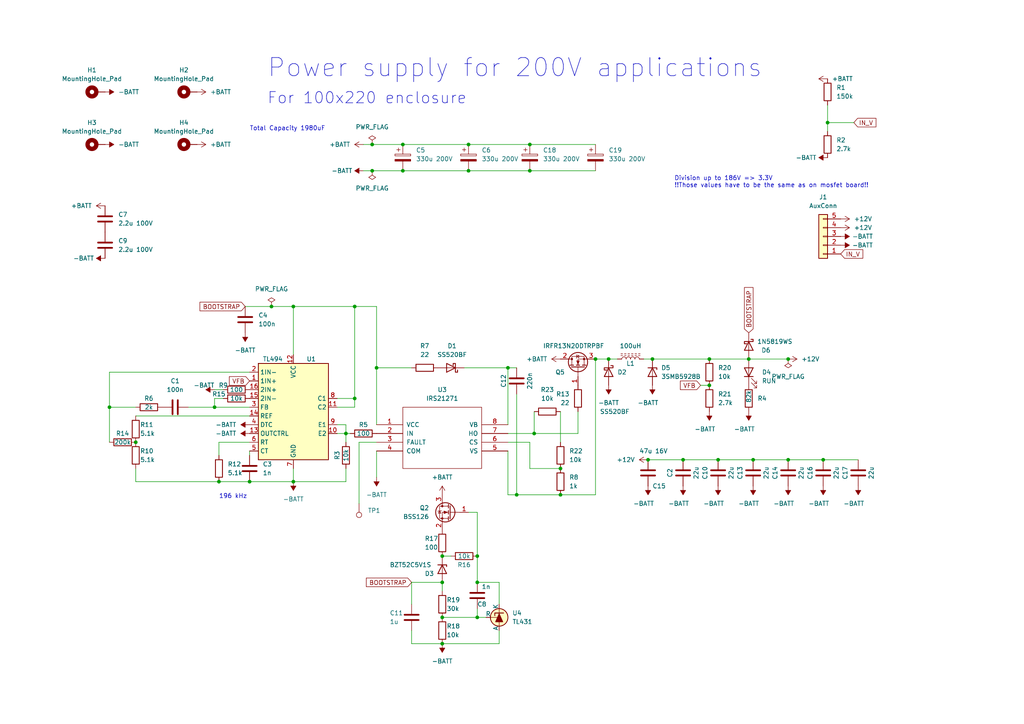
<source format=kicad_sch>
(kicad_sch (version 20230121) (generator eeschema)
  (paper "A4")
  (lib_symbols
    (symbol "Connector:TestPoint" (pin_numbers hide) (pin_names (offset 0.762) hide)
      (property "Reference" "TP" (at 0 6.858 0))
      (property "Value" "TestPoint" (at 0 5.08 0))
      (symbol "TestPoint_0_1"
        (circle (center 0 3.302) (radius 0.762))
      )
      (symbol "TestPoint_1_1"
        (pin passive line (at 0 0 90) (length 2.54) (name "1") (number "1"))
      )
    )
    (symbol "Connector_Generic:Conn_01x05" (pin_names (offset 1.016) hide)
      (property "Reference" "J" (at 0 7.62 0))
      (property "Value" "Conn_01x05" (at 0 -7.62 0))
      (symbol "Conn_01x05_1_1"
        (rectangle (start -1.27 -4.953) (end 0 -5.207) (stroke (width 0.1524)))
        (rectangle (start -1.27 -2.413) (end 0 -2.667) (stroke (width 0.1524)))
        (rectangle (start -1.27 0.127) (end 0 -0.127) (stroke (width 0.1524)))
        (rectangle (start -1.27 2.667) (end 0 2.413) (stroke (width 0.1524)))
        (rectangle (start -1.27 5.207) (end 0 4.953) (stroke (width 0.1524)))
        (rectangle (start -1.27 6.35) (end 1.27 -6.35) (stroke (width 0.254)) (fill (type background)))
        (pin passive line (at -5.08 5.08 0) (length 3.81) (name "Pin_1") (number "1"))
        (pin passive line (at -5.08 2.54 0) (length 3.81) (name "Pin_2") (number "2"))
        (pin passive line (at -5.08 0 0) (length 3.81) (name "Pin_3") (number "3"))
        (pin passive line (at -5.08 -2.54 0) (length 3.81) (name "Pin_4") (number "4"))
        (pin passive line (at -5.08 -5.08 0) (length 3.81) (name "Pin_5") (number "5"))
      )
    )
    (symbol "Device:C" (pin_numbers hide) (pin_names (offset 0.254))
      (property "Reference" "C" (at 0.635 2.54 0))
      (property "Value" "C" (at 0.635 -2.54 0))
      (symbol "C_0_1"
        (polyline (pts (xy -2.032 -0.762) (xy 2.032 -0.762)) (stroke (width 0.508)))
        (polyline (pts (xy -2.032 0.762) (xy 2.032 0.762)) (stroke (width 0.508)))
      )
      (symbol "C_1_1"
        (pin passive line (at 0 3.81 270) (length 2.794) (name "~") (number "1"))
        (pin passive line (at 0 -3.81 90) (length 2.794) (name "~") (number "2"))
      )
    )
    (symbol "Device:C_Polarized" (pin_numbers hide) (pin_names (offset 0.254))
      (property "Reference" "C" (at 0.635 2.54 0))
      (property "Value" "C_Polarized" (at 0.635 -2.54 0))
      (symbol "C_Polarized_0_1"
        (rectangle (start -2.286 0.508) (end 2.286 1.016))
        (polyline (pts (xy -1.778 2.286) (xy -0.762 2.286)))
        (polyline (pts (xy -1.27 2.794) (xy -1.27 1.778)))
        (rectangle (start 2.286 -0.508) (end -2.286 -1.016) (fill (type outline)))
      )
      (symbol "C_Polarized_1_1"
        (pin passive line (at 0 3.81 270) (length 2.794) (name "~") (number "1"))
        (pin passive line (at 0 -3.81 90) (length 2.794) (name "~") (number "2"))
      )
    )
    (symbol "Device:D_Schottky" (pin_numbers hide) (pin_names (offset 1.016) hide)
      (property "Reference" "D" (at 0 2.54 0))
      (property "Value" "D_Schottky" (at 0 -2.54 0))
      (symbol "D_Schottky_0_1"
        (polyline (pts (xy 1.27 0) (xy -1.27 0)))
        (polyline (pts (xy 1.27 1.27) (xy 1.27 -1.27) (xy -1.27 0) (xy 1.27 1.27)) (stroke (width 0.254)))
        (polyline (pts (xy -1.905 0.635) (xy -1.905 1.27) (xy -1.27 1.27) (xy -1.27 -1.27) (xy -0.635 -1.27) (xy -0.635 -0.635)) (stroke (width 0.254)))
      )
      (symbol "D_Schottky_1_1"
        (pin passive line (at -3.81 0 0) (length 2.54) (name "K") (number "1"))
        (pin passive line (at 3.81 0 180) (length 2.54) (name "A") (number "2"))
      )
    )
    (symbol "Device:D_Zener" (pin_numbers hide) (pin_names (offset 1.016) hide)
      (property "Reference" "D" (at 0 2.54 0))
      (property "Value" "D_Zener" (at 0 -2.54 0))
      (symbol "D_Zener_0_1"
        (polyline (pts (xy 1.27 0) (xy -1.27 0)))
        (polyline (pts (xy -1.27 -1.27) (xy -1.27 1.27) (xy -0.762 1.27)) (stroke (width 0.254)))
        (polyline (pts (xy 1.27 -1.27) (xy 1.27 1.27) (xy -1.27 0) (xy 1.27 -1.27)) (stroke (width 0.254)))
      )
      (symbol "D_Zener_1_1"
        (pin passive line (at -3.81 0 0) (length 2.54) (name "K") (number "1"))
        (pin passive line (at 3.81 0 180) (length 2.54) (name "A") (number "2"))
      )
    )
    (symbol "Device:LED" (pin_numbers hide) (pin_names (offset 1.016) hide)
      (property "Reference" "D" (at 0 2.54 0))
      (property "Value" "LED" (at 0 -2.54 0))
      (symbol "LED_0_1"
        (polyline (pts (xy -1.27 -1.27) (xy -1.27 1.27)) (stroke (width 0.254)))
        (polyline (pts (xy -1.27 0) (xy 1.27 0)))
        (polyline (pts (xy 1.27 -1.27) (xy 1.27 1.27) (xy -1.27 0) (xy 1.27 -1.27)) (stroke (width 0.254)))
        (polyline (pts (xy -3.048 -0.762) (xy -4.572 -2.286) (xy -3.81 -2.286) (xy -4.572 -2.286) (xy -4.572 -1.524)))
        (polyline (pts (xy -1.778 -0.762) (xy -3.302 -2.286) (xy -2.54 -2.286) (xy -3.302 -2.286) (xy -3.302 -1.524)))
      )
      (symbol "LED_1_1"
        (pin passive line (at -3.81 0 0) (length 2.54) (name "K") (number "1"))
        (pin passive line (at 3.81 0 180) (length 2.54) (name "A") (number "2"))
      )
    )
    (symbol "Device:L_Ferrite" (pin_numbers hide) (pin_names (offset 1.016) hide)
      (property "Reference" "L" (at -1.27 0 90))
      (property "Value" "L_Ferrite" (at 2.794 0 90))
      (symbol "L_Ferrite_0_1"
        (arc (start 0 -2.54) (mid 0.6323 -1.905) (end 0 -1.27))
        (arc (start 0 -1.27) (mid 0.6323 -0.635) (end 0 0))
        (polyline (pts (xy 1.016 -2.794) (xy 1.016 -2.286)))
        (polyline (pts (xy 1.016 -1.778) (xy 1.016 -1.27)))
        (polyline (pts (xy 1.016 -0.762) (xy 1.016 -0.254)))
        (polyline (pts (xy 1.016 0.254) (xy 1.016 0.762)))
        (polyline (pts (xy 1.016 1.27) (xy 1.016 1.778)))
        (polyline (pts (xy 1.016 2.286) (xy 1.016 2.794)))
        (polyline (pts (xy 1.524 -2.286) (xy 1.524 -2.794)))
        (polyline (pts (xy 1.524 -1.27) (xy 1.524 -1.778)))
        (polyline (pts (xy 1.524 -0.254) (xy 1.524 -0.762)))
        (polyline (pts (xy 1.524 0.762) (xy 1.524 0.254)))
        (polyline (pts (xy 1.524 1.778) (xy 1.524 1.27)))
        (polyline (pts (xy 1.524 2.794) (xy 1.524 2.286)))
        (arc (start 0 0) (mid 0.6323 0.635) (end 0 1.27))
        (arc (start 0 1.27) (mid 0.6323 1.905) (end 0 2.54))
      )
      (symbol "L_Ferrite_1_1"
        (pin passive line (at 0 3.81 270) (length 1.27) (name "1") (number "1"))
        (pin passive line (at 0 -3.81 90) (length 1.27) (name "2") (number "2"))
      )
    )
    (symbol "Device:R" (pin_numbers hide) (pin_names (offset 0))
      (property "Reference" "R" (at 2.032 0 90))
      (property "Value" "R" (at 0 0 90))
      (symbol "R_0_1"
        (rectangle (start -1.016 -2.54) (end 1.016 2.54) (stroke (width 0.254)))
      )
      (symbol "R_1_1"
        (pin passive line (at 0 3.81 270) (length 1.27) (name "~") (number "1"))
        (pin passive line (at 0 -3.81 90) (length 1.27) (name "~") (number "2"))
      )
    )
    (symbol "GigaESCSymbols:IRS21271" (pin_names (offset 1.016))
      (property "Reference" "U" (at 0 -2.54 0))
      (property "Value" "IRS21271" (at 0 2.54 0))
      (symbol "IRS21271_1_0"
        (rectangle (start -11.43 -8.89) (end 11.43 8.89))
      )
      (symbol "IRS21271_1_1"
        (pin input line (at -19.05 3.81 0) (length 7.62) (name "VCC") (number "1"))
        (pin input line (at -19.05 1.27 0) (length 7.62) (name "IN") (number "2"))
        (pin input line (at -19.05 -1.27 0) (length 7.62) (name "FAULT") (number "3"))
        (pin input line (at -19.05 -3.81 0) (length 7.62) (name "COM") (number "4"))
        (pin input line (at 19.05 -3.81 180) (length 7.62) (name "VS") (number "5"))
        (pin input line (at 19.05 -1.27 180) (length 7.62) (name "CS") (number "6"))
        (pin input line (at 19.05 1.27 180) (length 7.62) (name "HO") (number "7"))
        (pin input line (at 19.05 3.81 180) (length 7.62) (name "VB") (number "8"))
      )
    )
    (symbol "GigaESCSymbols:TL431" (pin_numbers hide) (pin_names (offset 0))
      (property "Reference" "U" (at 10.16 1.27 0))
      (property "Value" "TL431" (at 10.16 -1.27 0))
      (symbol "TL431_0_1"
        (polyline (pts (xy 0 -2.54) (xy 0 2.54)))
        (polyline (pts (xy 0 1.27) (xy 0 1.016)))
        (polyline (pts (xy -1.27 0.508) (xy -1.27 1.27) (xy 1.27 1.27)) (stroke (width 0.254)))
        (polyline (pts (xy 0 1.016) (xy -1.016 -1.27) (xy 1.016 -1.27) (xy 0 1.016)) (stroke (width 0.254)) (fill (type outline)))
        (circle (center 0 0) (radius 2.54) (stroke (width 0.254)) (fill (type background)))
      )
      (symbol "TL431_1_1"
        (polyline (pts (xy 0 0) (xy -2.54 0)))
        (pin passive line (at -3.81 0 0) (length 1.27) (name "R") (number "1"))
        (pin passive line (at 0 3.81 270) (length 1.27) (name "K") (number "2"))
        (pin passive line (at 0 -3.81 90) (length 1.27) (name "A") (number "3"))
      )
    )
    (symbol "Mechanical:MountingHole_Pad" (pin_numbers hide) (pin_names (offset 1.016) hide)
      (property "Reference" "H" (at 0 6.35 0))
      (property "Value" "MountingHole_Pad" (at 0 4.445 0))
      (symbol "MountingHole_Pad_0_1"
        (circle (center 0 1.27) (radius 1.27) (stroke (width 1.27)))
      )
      (symbol "MountingHole_Pad_1_1"
        (pin input line (at 0 -2.54 90) (length 2.54) (name "1") (number "1"))
      )
    )
    (symbol "Regulator_Controller:TL494"
      (property "Reference" "U" (at 3.81 19.05 0))
      (property "Value" "TL494" (at 3.81 16.51 0))
      (symbol "TL494_0_1"
        (rectangle (start -10.16 -12.7) (end 10.16 15.24) (stroke (width 0.254)) (fill (type background)))
      )
      (symbol "TL494_1_1"
        (pin input line (at -12.7 10.16 0) (length 2.54) (name "1IN+") (number "1"))
        (pin passive line (at 12.7 -5.08 180) (length 2.54) (name "E2") (number "10"))
        (pin passive line (at 12.7 2.54 180) (length 2.54) (name "C2") (number "11"))
        (pin power_in line (at 0 17.78 270) (length 2.54) (name "VCC") (number "12"))
        (pin input line (at -12.7 -5.08 0) (length 2.54) (name "OUTCTRL") (number "13"))
        (pin power_out line (at -12.7 0 0) (length 2.54) (name "REF") (number "14"))
        (pin input line (at -12.7 5.08 0) (length 2.54) (name "2IN-") (number "15"))
        (pin input line (at -12.7 7.62 0) (length 2.54) (name "2IN+") (number "16"))
        (pin input line (at -12.7 12.7 0) (length 2.54) (name "1IN-") (number "2"))
        (pin output line (at -12.7 2.54 0) (length 2.54) (name "FB") (number "3"))
        (pin input line (at -12.7 -2.54 0) (length 2.54) (name "DTC") (number "4"))
        (pin passive line (at -12.7 -10.16 0) (length 2.54) (name "CT") (number "5"))
        (pin passive line (at -12.7 -7.62 0) (length 2.54) (name "RT") (number "6"))
        (pin power_in line (at 0 -15.24 90) (length 2.54) (name "GND") (number "7"))
        (pin passive line (at 12.7 5.08 180) (length 2.54) (name "C1") (number "8"))
        (pin passive line (at 12.7 -2.54 180) (length 2.54) (name "E1") (number "9"))
      )
    )
    (symbol "Transistor_FET:BS170F" (pin_names hide)
      (property "Reference" "Q" (at 5.08 1.905 0))
      (property "Value" "BS170F" (at 5.08 0 0))
      (symbol "BS170F_0_1"
        (polyline (pts (xy 0.254 0) (xy -2.54 0)))
        (polyline (pts (xy 0.254 1.905) (xy 0.254 -1.905)) (stroke (width 0.254)))
        (polyline (pts (xy 0.762 -1.27) (xy 0.762 -2.286)) (stroke (width 0.254)))
        (polyline (pts (xy 0.762 0.508) (xy 0.762 -0.508)) (stroke (width 0.254)))
        (polyline (pts (xy 0.762 2.286) (xy 0.762 1.27)) (stroke (width 0.254)))
        (polyline (pts (xy 2.54 2.54) (xy 2.54 1.778)))
        (polyline (pts (xy 2.54 -2.54) (xy 2.54 0) (xy 0.762 0)))
        (polyline (pts (xy 0.762 -1.778) (xy 3.302 -1.778) (xy 3.302 1.778) (xy 0.762 1.778)))
        (polyline (pts (xy 1.016 0) (xy 2.032 0.381) (xy 2.032 -0.381) (xy 1.016 0)) (fill (type outline)))
        (polyline (pts (xy 2.794 0.508) (xy 2.921 0.381) (xy 3.683 0.381) (xy 3.81 0.254)))
        (polyline (pts (xy 3.302 0.381) (xy 2.921 -0.254) (xy 3.683 -0.254) (xy 3.302 0.381)))
        (circle (center 1.651 0) (radius 2.794) (stroke (width 0.254)))
        (circle (center 2.54 -1.778) (radius 0.254) (fill (type outline)))
        (circle (center 2.54 1.778) (radius 0.254) (fill (type outline)))
      )
      (symbol "BS170F_1_1"
        (pin input line (at -5.08 0 0) (length 2.54) (name "G") (number "1"))
        (pin passive line (at 2.54 -5.08 90) (length 2.54) (name "S") (number "2"))
        (pin passive line (at 2.54 5.08 270) (length 2.54) (name "D") (number "3"))
      )
    )
    (symbol "Transistor_FET:STD7NK40Z" (pin_names hide)
      (property "Reference" "Q" (at 5.08 1.905 0))
      (property "Value" "STD7NK40Z" (at 5.08 0 0))
      (symbol "STD7NK40Z_0_1"
        (polyline (pts (xy 0.254 0) (xy -2.54 0)))
        (polyline (pts (xy 0.254 1.905) (xy 0.254 -1.905)) (stroke (width 0.254)))
        (polyline (pts (xy 0.762 -1.27) (xy 0.762 -2.286)) (stroke (width 0.254)))
        (polyline (pts (xy 0.762 0.508) (xy 0.762 -0.508)) (stroke (width 0.254)))
        (polyline (pts (xy 0.762 2.286) (xy 0.762 1.27)) (stroke (width 0.254)))
        (polyline (pts (xy 2.54 2.54) (xy 2.54 1.778)))
        (polyline (pts (xy 2.54 -2.54) (xy 2.54 0) (xy 0.762 0)))
        (polyline (pts (xy 0.762 -1.778) (xy 3.302 -1.778) (xy 3.302 1.778) (xy 0.762 1.778)))
        (polyline (pts (xy 1.016 0) (xy 2.032 0.381) (xy 2.032 -0.381) (xy 1.016 0)) (fill (type outline)))
        (polyline (pts (xy 2.794 0.508) (xy 2.921 0.381) (xy 3.683 0.381) (xy 3.81 0.254)))
        (polyline (pts (xy 3.302 0.381) (xy 2.921 -0.254) (xy 3.683 -0.254) (xy 3.302 0.381)))
        (circle (center 1.651 0) (radius 2.794) (stroke (width 0.254)))
        (circle (center 2.54 -1.778) (radius 0.254) (fill (type outline)))
        (circle (center 2.54 1.778) (radius 0.254) (fill (type outline)))
      )
      (symbol "STD7NK40Z_1_1"
        (pin passive line (at -5.08 0 0) (length 2.54) (name "G") (number "1"))
        (pin passive line (at 2.54 5.08 270) (length 2.54) (name "D") (number "2"))
        (pin passive line (at 2.54 -5.08 90) (length 2.54) (name "S") (number "3"))
      )
    )
    (symbol "power:+12V" (power) (pin_names (offset 0))
      (property "Value" "+12V" (at 0 3.556 0))
      (symbol "+12V_0_1"
        (polyline (pts (xy -0.762 1.27) (xy 0 2.54)))
        (polyline (pts (xy 0 0) (xy 0 2.54)))
        (polyline (pts (xy 0 2.54) (xy 0.762 1.27)))
      )
      (symbol "+12V_1_1"
        (pin power_in line (at 0 0 90) (length 0) hide (name "+12V") (number "1"))
      )
    )
    (symbol "power:+BATT" (power) (pin_names (offset 0))
      (property "Value" "+BATT" (at 0 3.556 0))
      (symbol "+BATT_0_1"
        (polyline (pts (xy -0.762 1.27) (xy 0 2.54)))
        (polyline (pts (xy 0 0) (xy 0 2.54)))
        (polyline (pts (xy 0 2.54) (xy 0.762 1.27)))
      )
      (symbol "+BATT_1_1"
        (pin power_in line (at 0 0 90) (length 0) hide (name "+BATT") (number "1"))
      )
    )
    (symbol "power:-BATT" (power) (pin_names (offset 0))
      (property "Value" "-BATT" (at 0 3.556 0))
      (symbol "-BATT_0_1"
        (polyline (pts (xy 0 0) (xy 0 2.54)))
        (polyline (pts (xy 0.762 1.27) (xy -0.762 1.27) (xy 0 2.54) (xy 0.762 1.27)) (fill (type outline)))
      )
      (symbol "-BATT_1_1"
        (pin power_in line (at 0 0 90) (length 0) hide (name "-BATT") (number "1"))
      )
    )
    (symbol "power:PWR_FLAG" (power) (pin_numbers hide) (pin_names (offset 0) hide)
      (property "Value" "PWR_FLAG" (at 0 3.81 0))
      (symbol "PWR_FLAG_0_0"
        (pin power_out line (at 0 0 90) (length 0) (name "pwr") (number "1"))
      )
      (symbol "PWR_FLAG_0_1"
        (polyline (pts (xy 0 0) (xy 0 1.27) (xy -1.016 1.905) (xy 0 2.54) (xy 1.016 1.905) (xy 0 1.27)))
      )
    )
  )
  (junction (at 217.17 104.14))
  (junction (at 205.74 111.76))
  (junction (at 218.44 133.35))
  (junction (at 128.27 186.69))
  (junction (at 102.87 88.9))
  (junction (at 31.75 118.11))
  (junction (at 102.87 115.57))
  (junction (at 240.03 35.56))
  (junction (at 205.74 104.14))
  (junction (at 238.76 133.35))
  (junction (at 172.72 104.14))
  (junction (at 138.43 179.07))
  (junction (at 109.22 106.68))
  (junction (at 116.84 49.53))
  (junction (at 228.6 104.14))
  (junction (at 100.33 125.73))
  (junction (at 85.09 139.7))
  (junction (at 154.94 125.73))
  (junction (at 78.74 88.9))
  (junction (at 147.32 106.68))
  (junction (at 107.95 41.91))
  (junction (at 198.12 133.35))
  (junction (at 116.84 41.91))
  (junction (at 62.23 118.11))
  (junction (at 176.53 104.14))
  (junction (at 107.95 49.53))
  (junction (at 138.43 168.91))
  (junction (at 228.6 133.35))
  (junction (at 162.56 143.51))
  (junction (at 135.89 49.53))
  (junction (at 189.23 104.14))
  (junction (at 39.37 128.27))
  (junction (at 162.56 135.89))
  (junction (at 128.27 168.91))
  (junction (at 135.89 41.91))
  (junction (at 72.39 139.7))
  (junction (at 208.28 133.35))
  (junction (at 128.27 179.07))
  (junction (at 85.09 88.9))
  (junction (at 149.86 143.51))
  (junction (at 153.67 41.91))
  (junction (at 128.27 161.29))
  (junction (at 153.67 49.53))
  (junction (at 138.43 161.29))
  (junction (at 187.96 133.35))
  (junction (at 63.5 139.7))
  (wire (pts (xy 138.43 161.29) (xy 138.43 168.91)))
  (wire (pts (xy 100.33 123.19) (xy 100.33 125.73)))
  (wire (pts (xy 153.67 49.53) (xy 172.72 49.53)))
  (wire (pts (xy 128.27 179.07) (xy 138.43 179.07)))
  (wire (pts (xy 138.43 168.91) (xy 144.78 168.91)))
  (wire (pts (xy 147.32 143.51) (xy 147.32 130.81)))
  (wire (pts (xy 187.96 133.35) (xy 198.12 133.35)))
  (wire (pts (xy 198.12 133.35) (xy 208.28 133.35)))
  (wire (pts (xy 153.67 128.27) (xy 153.67 135.89)))
  (wire (pts (xy 162.56 119.38) (xy 162.56 128.27)))
  (wire (pts (xy 62.23 115.57) (xy 62.23 118.11)))
  (wire (pts (xy 149.86 106.68) (xy 147.32 106.68)))
  (wire (pts (xy 153.67 41.91) (xy 172.72 41.91)))
  (wire (pts (xy 64.77 113.03) (xy 62.23 113.03)))
  (wire (pts (xy 116.84 41.91) (xy 135.89 41.91)))
  (wire (pts (xy 102.87 88.9) (xy 102.87 115.57)))
  (wire (pts (xy 228.6 133.35) (xy 238.76 133.35)))
  (wire (pts (xy 78.74 88.9) (xy 85.09 88.9)))
  (wire (pts (xy 109.22 106.68) (xy 119.38 106.68)))
  (wire (pts (xy 100.33 135.89) (xy 100.33 139.7)))
  (wire (pts (xy 39.37 139.7) (xy 63.5 139.7)))
  (wire (pts (xy 107.95 49.53) (xy 116.84 49.53)))
  (wire (pts (xy 138.43 148.59) (xy 135.89 148.59)))
  (wire (pts (xy 104.14 128.27) (xy 109.22 128.27)))
  (wire (pts (xy 128.27 161.29) (xy 130.81 161.29)))
  (wire (pts (xy 149.86 114.3) (xy 149.86 143.51)))
  (wire (pts (xy 162.56 143.51) (xy 172.72 143.51)))
  (wire (pts (xy 97.79 123.19) (xy 100.33 123.19)))
  (wire (pts (xy 217.17 104.14) (xy 228.6 104.14)))
  (wire (pts (xy 138.43 179.07) (xy 140.97 179.07)))
  (wire (pts (xy 119.38 175.26) (xy 119.38 168.91)))
  (wire (pts (xy 104.14 146.05) (xy 104.14 128.27)))
  (wire (pts (xy 138.43 176.53) (xy 138.43 179.07)))
  (wire (pts (xy 147.32 128.27) (xy 153.67 128.27)))
  (wire (pts (xy 240.03 30.48) (xy 240.03 35.56)))
  (wire (pts (xy 153.67 135.89) (xy 162.56 135.89)))
  (wire (pts (xy 97.79 115.57) (xy 102.87 115.57)))
  (wire (pts (xy 240.03 35.56) (xy 247.65 35.56)))
  (wire (pts (xy 62.23 118.11) (xy 72.39 118.11)))
  (wire (pts (xy 186.69 104.14) (xy 189.23 104.14)))
  (wire (pts (xy 85.09 88.9) (xy 85.09 102.87)))
  (wire (pts (xy 109.22 130.81) (xy 109.22 138.43)))
  (wire (pts (xy 105.41 49.53) (xy 107.95 49.53)))
  (wire (pts (xy 31.75 118.11) (xy 39.37 118.11)))
  (wire (pts (xy 144.78 175.26) (xy 144.78 168.91)))
  (wire (pts (xy 154.94 125.73) (xy 167.64 125.73)))
  (wire (pts (xy 134.62 106.68) (xy 147.32 106.68)))
  (wire (pts (xy 203.2 111.76) (xy 205.74 111.76)))
  (wire (pts (xy 172.72 143.51) (xy 172.72 104.14)))
  (wire (pts (xy 109.22 88.9) (xy 109.22 106.68)))
  (wire (pts (xy 85.09 88.9) (xy 102.87 88.9)))
  (wire (pts (xy 167.64 125.73) (xy 167.64 119.38)))
  (wire (pts (xy 107.95 41.91) (xy 116.84 41.91)))
  (wire (pts (xy 205.74 104.14) (xy 217.17 104.14)))
  (wire (pts (xy 62.23 115.57) (xy 64.77 115.57)))
  (wire (pts (xy 116.84 49.53) (xy 135.89 49.53)))
  (wire (pts (xy 31.75 128.27) (xy 31.75 118.11)))
  (wire (pts (xy 100.33 125.73) (xy 100.33 128.27)))
  (wire (pts (xy 54.61 118.11) (xy 62.23 118.11)))
  (wire (pts (xy 100.33 125.73) (xy 101.6 125.73)))
  (wire (pts (xy 105.41 41.91) (xy 107.95 41.91)))
  (wire (pts (xy 240.03 35.56) (xy 240.03 38.1)))
  (wire (pts (xy 39.37 120.65) (xy 72.39 120.65)))
  (wire (pts (xy 179.07 104.14) (xy 176.53 104.14)))
  (wire (pts (xy 138.43 148.59) (xy 138.43 161.29)))
  (wire (pts (xy 149.86 143.51) (xy 162.56 143.51)))
  (wire (pts (xy 128.27 186.69) (xy 144.78 186.69)))
  (wire (pts (xy 147.32 143.51) (xy 149.86 143.51)))
  (wire (pts (xy 135.89 49.53) (xy 153.67 49.53)))
  (wire (pts (xy 144.78 186.69) (xy 144.78 182.88)))
  (wire (pts (xy 218.44 133.35) (xy 228.6 133.35)))
  (wire (pts (xy 63.5 128.27) (xy 63.5 132.08)))
  (wire (pts (xy 72.39 128.27) (xy 63.5 128.27)))
  (wire (pts (xy 39.37 135.89) (xy 39.37 139.7)))
  (wire (pts (xy 72.39 130.81) (xy 72.39 132.08)))
  (wire (pts (xy 102.87 115.57) (xy 102.87 118.11)))
  (wire (pts (xy 85.09 139.7) (xy 85.09 135.89)))
  (wire (pts (xy 238.76 133.35) (xy 248.92 133.35)))
  (wire (pts (xy 119.38 168.91) (xy 128.27 168.91)))
  (wire (pts (xy 147.32 125.73) (xy 154.94 125.73)))
  (wire (pts (xy 100.33 139.7) (xy 85.09 139.7)))
  (wire (pts (xy 71.12 88.9) (xy 78.74 88.9)))
  (wire (pts (xy 154.94 119.38) (xy 154.94 125.73)))
  (wire (pts (xy 119.38 186.69) (xy 128.27 186.69)))
  (wire (pts (xy 135.89 41.91) (xy 153.67 41.91)))
  (wire (pts (xy 97.79 118.11) (xy 102.87 118.11)))
  (wire (pts (xy 72.39 139.7) (xy 85.09 139.7)))
  (wire (pts (xy 176.53 104.14) (xy 172.72 104.14)))
  (wire (pts (xy 208.28 133.35) (xy 218.44 133.35)))
  (wire (pts (xy 147.32 123.19) (xy 147.32 106.68)))
  (wire (pts (xy 189.23 104.14) (xy 205.74 104.14)))
  (wire (pts (xy 102.87 88.9) (xy 109.22 88.9)))
  (wire (pts (xy 31.75 107.95) (xy 72.39 107.95)))
  (wire (pts (xy 31.75 118.11) (xy 31.75 107.95)))
  (wire (pts (xy 109.22 123.19) (xy 109.22 106.68)))
  (wire (pts (xy 97.79 125.73) (xy 100.33 125.73)))
  (wire (pts (xy 63.5 139.7) (xy 72.39 139.7)))
  (wire (pts (xy 119.38 182.88) (xy 119.38 186.69)))
  (wire (pts (xy 128.27 168.91) (xy 128.27 171.45)))
  (text "Power supply for 200V applications" (at 77.47 22.86 0) (effects (font (size 5.27 5.27)) (justify left bottom)))
  (text "Total Capacity 1980uF" (at 72.39 38.1 0) (effects (font (size 1.27 1.27)) (justify left bottom)))
  (text "196 kHz" (at 63.5 144.78 0) (effects (font (size 1.27 1.27)) (justify left bottom)))
  (text "Division up to 186V => 3.3V\n!!Those values have to be the same as on mosfet board!!" (at 195.58 54.61 0) (effects (font (size 1.27 1.27)) (justify left bottom)))
  (text "For 100x220 enclosure" (at 77.47 30.48 0) (effects (font (size 3.27 3.27)) (justify left bottom)))
  (global_label "BOOTSTRAP" (shape input) (at 217.17 96.52 90) (property "Intersheetrefs" "${INTERSHEET_REFS}" (effects hide)))
  (global_label "IN_V" (shape input) (at 247.65 35.56 0) (property "Intersheetrefs" "${INTERSHEET_REFS}" (effects hide)))
  (global_label "VFB" (shape input) (at 203.2 111.76 180) (property "Intersheetrefs" "${INTERSHEET_REFS}" (effects hide)))
  (global_label "BOOTSTRAP" (shape input) (at 119.38 168.91 180) (property "Intersheetrefs" "${INTERSHEET_REFS}" (effects hide)))
  (global_label "BOOTSTRAP" (shape input) (at 71.12 88.9 180) (property "Intersheetrefs" "${INTERSHEET_REFS}" (effects hide)))
  (global_label "VFB" (shape input) (at 72.39 110.49 180) (property "Intersheetrefs" "${INTERSHEET_REFS}" (effects hide)))
  (global_label "IN_V" (shape input) (at 243.84 73.66 0) (property "Intersheetrefs" "${INTERSHEET_REFS}" (effects hide)))
  (symbol (lib_id "power:-BATT") (at 71.12 96.52 180) (unit 1)
    (property "Reference" "#PWR021" (effects hide))
    (property "Value" "-BATT" (at 71.12 101.6 0))
  )
  (symbol (lib_id "power:-BATT") (at 128.27 186.69 180) (unit 1)
    (property "Reference" "#PWR031" (effects hide))
    (property "Value" "-BATT" (at 128.27 191.77 0))
  )
  (symbol (lib_id "power:-BATT") (at 30.48 26.67 270) (unit 1)
    (property "Reference" "#PWR06" (effects hide))
    (property "Value" "-BATT" (at 34.29 26.67 90) (effects (justify left)))
  )
  (symbol (lib_id "power:+12V") (at 243.84 63.5 270) (unit 1)
    (property "Reference" "#PWR024" (effects hide))
    (property "Value" "+12V" (at 247.65 63.5 90) (effects (justify left)))
  )
  (symbol (lib_id "power:-BATT") (at 248.92 140.97 180) (unit 1)
    (property "Reference" "#PWR036" (effects hide))
    (property "Value" "-BATT" (at 247.65 146.05 0))
  )
  (symbol (lib_id "Device:R") (at 39.37 124.46 0) (unit 1)
    (property "Reference" "R11" (at 40.64 123.19 0) (effects (justify left)))
    (property "Value" "5.1k" (at 40.64 125.73 0) (effects (justify left)))
    (property "Footprint" "Resistor_SMD:R_0603_1608Metric" (effects hide))
    (property "MPN" "C23186" (effects hide))
    (property "Mouser" "603-RC0805FR-0744K2L" (effects hide))
  )
  (symbol (lib_id "Device:R") (at 68.58 115.57 90) (unit 1)
    (property "Reference" "R15" (at 63.5 114.3 90))
    (property "Value" "10k" (at 68.58 115.57 90))
    (property "Footprint" "Resistor_SMD:R_0603_1608Metric" (effects hide))
    (property "MPN" "C25804" (effects hide))
    (property "Mouser" "603-RC0805FR-0744K2L" (effects hide))
  )
  (symbol (lib_id "power:-BATT") (at 218.44 140.97 180) (unit 1)
    (property "Reference" "#PWR019" (effects hide))
    (property "Value" "-BATT" (at 217.17 146.05 0))
  )
  (symbol (lib_id "power:+BATT") (at 240.03 22.86 90) (unit 1)
    (property "Reference" "#PWR04" (effects hide))
    (property "Value" "+BATT" (at 241.3 22.86 90) (effects (justify right)))
  )
  (symbol (lib_id "power:+BATT") (at 57.15 26.67 270) (unit 1)
    (property "Reference" "#PWR013" (effects hide))
    (property "Value" "+BATT" (at 60.96 26.67 90) (effects (justify left)))
  )
  (symbol (lib_id "power:PWR_FLAG") (at 107.95 49.53 180) (unit 1)
    (property "Reference" "#FLG05" (effects hide))
    (property "Value" "PWR_FLAG" (at 107.95 54.61 0))
  )
  (symbol (lib_id "Device:D_Schottky") (at 176.53 107.95 270) (unit 1)
    (property "Reference" "D2" (at 179.07 107.95 90) (effects (justify left)))
    (property "Value" "SS520BF" (at 173.99 119.38 90) (effects (justify left)))
    (property "Footprint" "Diode_SMD:D_SMB" (effects hide))
    (property "MPN" "C123955" (effects hide))
  )
  (symbol (lib_id "power:-BATT") (at 109.22 138.43 180) (unit 1)
    (property "Reference" "#PWR023" (effects hide))
    (property "Value" "-BATT" (at 109.22 143.51 0))
  )
  (symbol (lib_id "power:+12V") (at 243.84 66.04 270) (unit 1)
    (property "Reference" "#PWR08" (effects hide))
    (property "Value" "+12V" (at 247.65 66.04 90) (effects (justify left)))
  )
  (symbol (lib_id "power:-BATT") (at 187.96 140.97 180) (unit 1)
    (property "Reference" "#PWR017" (effects hide))
    (property "Value" "-BATT" (at 186.69 146.05 0))
  )
  (symbol (lib_id "Transistor_FET:STD7NK40Z") (at 167.64 106.68 90) (unit 1)
    (property "Reference" "Q5" (at 163.83 107.95 90) (effects (justify left)))
    (property "Value" "IRFR13N20DTRPBF" (at 175.26 100.33 90) (effects (justify left)))
    (property "Footprint" "Package_TO_SOT_SMD:TO-252-2" (effects hide))
    (property "Datasheet" "https://www.st.com/resource/en/datasheet/std7nk40zt4.pdf" (effects hide))
    (property "MPN" "C3021" (effects hide))
    (property "JLCPosOffset" "-1.4,0" (effects hide))
  )
  (symbol (lib_id "power:PWR_FLAG") (at 107.95 41.91 0) (unit 1)
    (property "Reference" "#FLG04" (effects hide))
    (property "Value" "PWR_FLAG" (at 107.95 36.83 0))
  )
  (symbol (lib_id "power:-BATT") (at 72.39 123.19 90) (unit 1)
    (property "Reference" "#PWR01" (effects hide))
    (property "Value" "-BATT" (at 68.58 123.19 90) (effects (justify left)))
  )
  (symbol (lib_id "power:-BATT") (at 105.41 49.53 90) (unit 1)
    (property "Reference" "#PWR012" (effects hide))
    (property "Value" "-BATT" (at 102.235 49.53 90) (effects (justify left)))
  )
  (symbol (lib_id "Device:R") (at 205.74 107.95 180) (unit 1)
    (property "Reference" "R20" (at 208.28 106.68 0) (effects (justify right)))
    (property "Value" "10k" (at 208.28 109.22 0) (effects (justify right)))
    (property "Footprint" "Resistor_SMD:R_0603_1608Metric" (effects hide))
    (property "MPN" "C25804" (effects hide))
    (property "Mouser" "71-CRCW080520R0FKEAC" (effects hide))
  )
  (symbol (lib_id "Device:R") (at 167.64 115.57 180) (unit 1)
    (property "Reference" "R13" (at 161.29 114.3 0) (effects (justify right)))
    (property "Value" "22" (at 162.56 116.84 0) (effects (justify right)))
    (property "Footprint" "Resistor_SMD:R_0603_1608Metric" (effects hide))
    (property "MPN" "C23345" (effects hide))
    (property "Mouser" "71-CRCW080520R0FKEAC" (effects hide))
  )
  (symbol (lib_id "Device:R") (at 162.56 139.7 180) (unit 1)
    (property "Reference" "R8" (at 165.1 138.43 0) (effects (justify right)))
    (property "Value" "1k" (at 165.1 140.97 0) (effects (justify right)))
    (property "Footprint" "Resistor_SMD:R_0603_1608Metric" (effects hide))
    (property "MPN" "C21190" (effects hide))
    (property "Mouser" "71-CRCW080520R0FKEAC" (effects hide))
  )
  (symbol (lib_id "Transistor_FET:BS170F") (at 130.81 148.59 0) (mirror y) (unit 1)
    (property "Reference" "Q2" (at 124.46 147.32 0) (effects (justify left)))
    (property "Value" "BSS126" (at 124.46 149.86 0) (effects (justify left)))
    (property "Footprint" "Package_TO_SOT_SMD:SOT-23" (effects hide))
    (property "Datasheet" "http://www.diodes.com/assets/Datasheets/BS170F.pdf" (effects hide))
    (property "MPN" "C2987085" (effects hide))
    (property "JLCRotOffset" "0" (effects hide))
  )
  (symbol (lib_id "Device:D_Zener") (at 128.27 165.1 270) (unit 1)
    (property "Reference" "D3" (at 123.19 166.37 90) (effects (justify left)))
    (property "Value" "BZT52C5V1S" (at 113.03 163.83 90) (effects (justify left)))
    (property "Footprint" "Diode_SMD:D_SOD-323_HandSoldering" (effects hide))
    (property "MPN" "C2886317" (effects hide))
  )
  (symbol (lib_id "Device:D_Schottky") (at 130.81 106.68 180) (unit 1)
    (property "Reference" "D1" (at 131.1275 100.33 0))
    (property "Value" "SS520BF" (at 131.1275 102.87 0))
    (property "Footprint" "Diode_SMD:D_SMB" (effects hide))
    (property "MPN" "C123955" (effects hide))
  )
  (symbol (lib_id "Device:C") (at 138.43 172.72 0) (unit 1)
    (property "Reference" "C8" (at 138.43 175.26 0) (effects (justify left)))
    (property "Value" "1n" (at 139.7 170.18 0) (effects (justify left)))
    (property "Footprint" "Capacitor_SMD:C_0603_1608Metric" (effects hide))
    (property "MPN" "C1588" (effects hide))
    (property "Mouser" "80-C0603C102K5R7081" (effects hide))
  )
  (symbol (lib_id "power:+BATT") (at 30.48 59.69 90) (unit 1)
    (property "Reference" "#PWR034" (effects hide))
    (property "Value" "+BATT" (at 26.67 59.69 90) (effects (justify left)))
  )
  (symbol (lib_id "Device:C") (at 149.86 110.49 0) (unit 1)
    (property "Reference" "C12" (at 146.05 110.49 90))
    (property "Value" "220n" (at 153.67 110.49 90))
    (property "Footprint" "Capacitor_SMD:C_1206_3216Metric" (effects hide))
    (property "MPN" "C2847454" (effects hide))
  )
  (symbol (lib_id "Device:C") (at 187.96 137.16 0) (unit 1)
    (property "Reference" "C15" (at 189.23 140.97 0) (effects (justify left)))
    (property "Value" "47u 16V" (at 185.42 130.81 0) (effects (justify left)))
    (property "Footprint" "Capacitor_SMD:C_1210_3225Metric" (effects hide))
    (property "MPN" "C2918513" (effects hide))
    (property "Mouser" "81-GRM32EC81C476KE5K" (effects hide))
  )
  (symbol (lib_id "power:-BATT") (at 72.39 125.73 90) (unit 1)
    (property "Reference" "#PWR02" (effects hide))
    (property "Value" "-BATT" (at 68.58 125.73 90) (effects (justify left)))
  )
  (symbol (lib_id "Device:D_Schottky") (at 217.17 100.33 270) (unit 1)
    (property "Reference" "D6" (at 223.52 101.6 90) (effects (justify right)))
    (property "Value" "1N5819WS" (at 229.87 99.06 90) (effects (justify right)))
    (property "Footprint" "Diode_SMD:D_SOD-323_HandSoldering" (effects hide))
    (property "MPN" "C191023" (effects hide))
  )
  (symbol (lib_id "Device:R") (at 128.27 175.26 180) (unit 1)
    (property "Reference" "R19" (at 129.54 173.99 0) (effects (justify right)))
    (property "Value" "30k" (at 129.54 176.53 0) (effects (justify right)))
    (property "Footprint" "Resistor_SMD:R_0603_1608Metric" (effects hide))
    (property "MPN" "C22984" (effects hide))
    (property "Mouser" "71-CRCW080520R0FKEAC" (effects hide))
  )
  (symbol (lib_id "Device:L_Ferrite") (at 182.88 104.14 90) (unit 1)
    (property "Reference" "L1" (at 182.88 105.41 90))
    (property "Value" "100uH" (at 182.88 100.33 90))
    (property "Footprint" "Inductor_SMD:L_Chilisin_BMRG00131360" (effects hide))
    (property "MPN" "C408533" (effects hide))
  )
  (symbol (lib_id "Device:R") (at 68.58 113.03 90) (unit 1)
    (property "Reference" "R9" (at 64.77 111.76 90))
    (property "Value" "100" (at 68.58 113.03 90))
    (property "Footprint" "Resistor_SMD:R_0603_1608Metric" (effects hide))
    (property "MPN" "C22775" (effects hide))
    (property "Mouser" "603-RC0805FR-0744K2L" (effects hide))
  )
  (symbol (lib_id "Device:C") (at 198.12 137.16 0) (unit 1)
    (property "Reference" "C2" (at 194.31 137.16 90))
    (property "Value" "22u" (at 201.93 137.16 90))
    (property "Footprint" "Capacitor_SMD:C_1206_3216Metric" (effects hide))
    (property "MPN" "C12891" (effects hide))
  )
  (symbol (lib_id "power:+BATT") (at 162.56 104.14 90) (unit 1)
    (property "Reference" "#PWR015" (effects hide))
    (property "Value" "+BATT" (at 158.75 104.14 90) (effects (justify left)))
  )
  (symbol (lib_id "Device:R") (at 128.27 157.48 180) (unit 1)
    (property "Reference" "R17" (at 123.19 156.21 0) (effects (justify right)))
    (property "Value" "100" (at 123.19 158.75 0) (effects (justify right)))
    (property "Footprint" "Resistor_SMD:R_0603_1608Metric" (effects hide))
    (property "MPN" "C22775" (effects hide))
    (property "Mouser" "71-CRCW080520R0FKEAC" (effects hide))
  )
  (symbol (lib_id "Device:D_Zener") (at 189.23 107.95 270) (unit 1)
    (property "Reference" "D5" (at 191.77 106.68 90) (effects (justify left)))
    (property "Value" "3SMB5928B" (at 191.77 109.22 90) (effects (justify left)))
    (property "Footprint" "Diode_SMD:D_SMB" (effects hide))
    (property "MPN" "C2983224" (effects hide))
    (property "Mouser" "821-1SMB5928" (effects hide))
  )
  (symbol (lib_id "Device:C_Polarized") (at 172.72 45.72 0) (unit 1)
    (property "Reference" "C19" (at 176.53 43.561 0) (effects (justify left)))
    (property "Value" "330u 200V" (at 176.53 46.101 0) (effects (justify left)))
    (property "Footprint" "Capacitor_THT:CP_Radial_D18.0mm_P7.50mm" (effects hide))
    (property "Mouser" "661-EKMR201VS222MR50" (effects hide))
    (property "MPN" "C697601" (effects hide))
  )
  (symbol (lib_id "Device:C_Polarized") (at 135.89 45.72 0) (unit 1)
    (property "Reference" "C6" (at 139.7 43.561 0) (effects (justify left)))
    (property "Value" "330u 200V" (at 139.7 46.101 0) (effects (justify left)))
    (property "Footprint" "Capacitor_THT:CP_Radial_D18.0mm_P7.50mm" (effects hide))
    (property "Mouser" "661-EKMR201VS222MR50" (effects hide))
    (property "MPN" "C697601" (effects hide))
  )
  (symbol (lib_id "power:-BATT") (at 208.28 140.97 180) (unit 1)
    (property "Reference" "#PWR018" (effects hide))
    (property "Value" "-BATT" (at 207.01 146.05 0))
  )
  (symbol (lib_id "Device:C") (at 50.8 118.11 90) (unit 1)
    (property "Reference" "C1" (at 50.8 110.49 90))
    (property "Value" "100n" (at 50.8 113.03 90))
    (property "Footprint" "Capacitor_SMD:C_0603_1608Metric" (effects hide))
    (property "MPN" "C14663" (effects hide))
    (property "Mouser" "581-08055C104KAT4A" (effects hide))
  )
  (symbol (lib_id "Mechanical:MountingHole_Pad") (at 27.94 26.67 90) (unit 1)
    (property "Reference" "H1" (at 26.67 20.32 90))
    (property "Value" "MountingHole_Pad" (at 26.67 22.86 90))
    (property "Footprint" "MountingHole:MountingHole_5.3mm_M5_Pad_Via" (effects hide))
  )
  (symbol (lib_id "Device:C") (at 218.44 137.16 0) (unit 1)
    (property "Reference" "C13" (at 214.63 137.16 90))
    (property "Value" "22u" (at 222.25 137.16 90))
    (property "Footprint" "Capacitor_SMD:C_1206_3216Metric" (effects hide))
    (property "MPN" "C12891" (effects hide))
  )
  (symbol (lib_id "power:+12V") (at 187.96 133.35 90) (unit 1)
    (property "Reference" "#PWR014" (effects hide))
    (property "Value" "+12V" (at 184.15 133.35 90) (effects (justify left)))
  )
  (symbol (lib_id "power:PWR_FLAG") (at 228.6 104.14 180) (unit 1)
    (property "Reference" "#FLG03" (effects hide))
    (property "Value" "PWR_FLAG" (at 228.6 109.22 0))
  )
  (symbol (lib_id "power:-BATT") (at 30.48 41.91 270) (unit 1)
    (property "Reference" "#PWR027" (effects hide))
    (property "Value" "-BATT" (at 34.29 41.91 90) (effects (justify left)))
  )
  (symbol (lib_id "Device:R") (at 158.75 119.38 270) (unit 1)
    (property "Reference" "R23" (at 158.75 113.03 90))
    (property "Value" "10k" (at 158.75 115.57 90))
    (property "Footprint" "Resistor_SMD:R_0603_1608Metric" (effects hide))
    (property "MPN" "C25804" (effects hide))
    (property "Mouser" "71-CRCW080520R0FKEAC" (effects hide))
  )
  (symbol (lib_id "Regulator_Controller:TL494") (at 85.09 120.65 0) (unit 1)
    (property "Reference" "U1" (at 88.9 104.14 0) (effects (justify left)))
    (property "Value" "TL494" (at 76.2 104.14 0) (effects (justify left)))
    (property "Footprint" "Package_SO:SO-16_3.9x9.9mm_P1.27mm" (effects hide))
    (property "Datasheet" "http://www.ti.com/lit/ds/symlink/tl494.pdf" (effects hide))
    (property "MPN" "C19882" (effects hide))
    (property "JLCRotOffset" "90" (effects hide))
  )
  (symbol (lib_id "Connector:TestPoint") (at 104.14 146.05 180) (unit 1)
    (property "Reference" "TP1" (at 106.68 148.082 0) (effects (justify right)))
    (property "Value" "TestPoint" (effects hide))
    (property "Footprint" "TestPoint:TestPoint_Pad_1.0x1.0mm" (effects hide))
  )
  (symbol (lib_id "Device:C") (at 228.6 137.16 0) (unit 1)
    (property "Reference" "C14" (at 224.79 137.16 90))
    (property "Value" "22u" (at 232.41 137.16 90))
    (property "Footprint" "Capacitor_SMD:C_1206_3216Metric" (effects hide))
    (property "MPN" "C12891" (effects hide))
  )
  (symbol (lib_id "Device:C") (at 72.39 135.89 0) (unit 1)
    (property "Reference" "C3" (at 76.2 134.62 0) (effects (justify left)))
    (property "Value" "1n" (at 76.2 137.16 0) (effects (justify left)))
    (property "Footprint" "Capacitor_SMD:C_0603_1608Metric" (effects hide))
    (property "MPN" "C1588" (effects hide))
    (property "Mouser" "80-C0603C102K5R7081" (effects hide))
  )
  (symbol (lib_id "Device:R") (at 35.56 128.27 90) (unit 1)
    (property "Reference" "R14" (at 35.56 125.73 90))
    (property "Value" "200k" (at 35.56 128.27 90))
    (property "Footprint" "Resistor_SMD:R_0603_1608Metric" (effects hide))
    (property "MPN" "C25811" (effects hide))
    (property "Mouser" "603-RC0805FR-0744K2L" (effects hide))
  )
  (symbol (lib_id "power:-BATT") (at 228.6 140.97 180) (unit 1)
    (property "Reference" "#PWR032" (effects hide))
    (property "Value" "-BATT" (at 227.33 146.05 0))
  )
  (symbol (lib_id "Device:R") (at 217.17 115.57 180) (unit 1)
    (property "Reference" "R4" (at 219.71 115.57 0) (effects (justify right)))
    (property "Value" "82k" (at 217.17 116.84 90) (effects (justify right)))
    (property "Footprint" "Resistor_SMD:R_0603_1608Metric" (effects hide))
    (property "MPN" "C23254" (effects hide))
    (property "Mouser" "603-AC0805JR-0710KL" (effects hide))
  )
  (symbol (lib_id "Mechanical:MountingHole_Pad") (at 54.61 41.91 90) (unit 1)
    (property "Reference" "H4" (at 53.34 35.56 90))
    (property "Value" "MountingHole_Pad" (at 53.34 38.1 90))
    (property "Footprint" "MountingHole:MountingHole_5.3mm_M5_Pad_Via" (effects hide))
  )
  (symbol (lib_id "Device:C") (at 238.76 137.16 0) (unit 1)
    (property "Reference" "C16" (at 234.95 137.16 90))
    (property "Value" "22u" (at 242.57 137.16 90))
    (property "Footprint" "Capacitor_SMD:C_1206_3216Metric" (effects hide))
    (property "MPN" "C12891" (effects hide))
  )
  (symbol (lib_id "Device:R") (at 162.56 132.08 180) (unit 1)
    (property "Reference" "R22" (at 165.1 130.81 0) (effects (justify right)))
    (property "Value" "10k" (at 165.1 133.35 0) (effects (justify right)))
    (property "Footprint" "Resistor_SMD:R_0603_1608Metric" (effects hide))
    (property "MPN" "C25804" (effects hide))
    (property "Mouser" "71-CRCW080520R0FKEAC" (effects hide))
  )
  (symbol (lib_id "power:-BATT") (at 238.76 140.97 180) (unit 1)
    (property "Reference" "#PWR033" (effects hide))
    (property "Value" "-BATT" (at 237.49 146.05 0))
  )
  (symbol (lib_id "Device:R") (at 240.03 26.67 0) (unit 1)
    (property "Reference" "R1" (at 242.57 25.4 0) (effects (justify left)))
    (property "Value" "150k" (at 242.57 27.94 0) (effects (justify left)))
    (property "Footprint" "Resistor_SMD:R_0603_1608Metric" (effects hide))
    (property "MPN" "C22807" (effects hide))
    (property "Mouser" "603-RC0805FR-07100KL" (effects hide))
  )
  (symbol (lib_id "Device:R") (at 63.5 135.89 0) (unit 1)
    (property "Reference" "R12" (at 66.04 134.62 0) (effects (justify left)))
    (property "Value" "5.1k" (at 66.04 137.16 0) (effects (justify left)))
    (property "Footprint" "Resistor_SMD:R_0603_1608Metric" (effects hide))
    (property "MPN" "C23186" (effects hide))
    (property "Mouser" "603-RC0805FR-0744K2L" (effects hide))
  )
  (symbol (lib_id "Device:R") (at 240.03 41.91 0) (unit 1)
    (property "Reference" "R2" (at 242.57 40.64 0) (effects (justify left)))
    (property "Value" "2.7k" (at 242.57 43.18 0) (effects (justify left)))
    (property "Footprint" "Resistor_SMD:R_0603_1608Metric" (effects hide))
    (property "MPN" "C13167" (effects hide))
    (property "Mouser" "71-CRCW0805-1.8K-E3" (effects hide))
  )
  (symbol (lib_id "Mechanical:MountingHole_Pad") (at 27.94 41.91 90) (unit 1)
    (property "Reference" "H3" (at 26.67 35.56 90))
    (property "Value" "MountingHole_Pad" (at 26.67 38.1 90))
    (property "Footprint" "MountingHole:MountingHole_5.3mm_M5_Pad_Via" (effects hide))
  )
  (symbol (lib_id "Device:C") (at 30.48 71.12 0) (unit 1)
    (property "Reference" "C9" (at 34.29 69.85 0) (effects (justify left)))
    (property "Value" "2.2u 100V" (at 34.29 72.39 0) (effects (justify left)))
    (property "Footprint" "Capacitor_SMD:C_1206_3216Metric" (effects hide))
    (property "MPN" "C920964" (effects hide))
  )
  (symbol (lib_id "Device:R") (at 43.18 118.11 90) (unit 1)
    (property "Reference" "R6" (at 43.18 115.57 90))
    (property "Value" "2k" (at 43.18 118.11 90))
    (property "Footprint" "Resistor_SMD:R_0603_1608Metric" (effects hide))
    (property "MPN" "C22975" (effects hide))
    (property "Mouser" "603-RC0805FR-0744K2L" (effects hide))
  )
  (symbol (lib_id "Mechanical:MountingHole_Pad") (at 54.61 26.67 90) (unit 1)
    (property "Reference" "H2" (at 53.34 20.32 90))
    (property "Value" "MountingHole_Pad" (at 53.34 22.86 90))
    (property "Footprint" "MountingHole:MountingHole_5.3mm_M5_Pad_Via" (effects hide))
  )
  (symbol (lib_id "Device:R") (at 100.33 132.08 0) (unit 1)
    (property "Reference" "R3" (at 97.79 132.08 90))
    (property "Value" "10k" (at 100.33 132.08 90))
    (property "Footprint" "Resistor_SMD:R_0603_1608Metric" (effects hide))
    (property "MPN" "C25804" (effects hide))
    (property "Mouser" "71-CRCW080520R0FKEAC" (effects hide))
  )
  (symbol (lib_id "power:-BATT") (at 217.17 119.38 180) (unit 1)
    (property "Reference" "#PWR029" (effects hide))
    (property "Value" "-BATT" (at 215.9 124.46 0))
  )
  (symbol (lib_id "power:PWR_FLAG") (at 78.74 88.9 0) (unit 1)
    (property "Reference" "#FLG01" (effects hide))
    (property "Value" "PWR_FLAG" (at 78.74 83.82 0))
  )
  (symbol (lib_id "power:-BATT") (at 30.48 74.93 90) (unit 1)
    (property "Reference" "#PWR035" (effects hide))
    (property "Value" "-BATT" (at 27.305 74.93 90) (effects (justify left)))
  )
  (symbol (lib_id "Device:R") (at 205.74 115.57 180) (unit 1)
    (property "Reference" "R21" (at 208.28 114.3 0) (effects (justify right)))
    (property "Value" "2.7k" (at 208.28 116.84 0) (effects (justify right)))
    (property "Footprint" "Resistor_SMD:R_0603_1608Metric" (effects hide))
    (property "MPN" "C13167" (effects hide))
    (property "Mouser" "71-CRCW080520R0FKEAC" (effects hide))
  )
  (symbol (lib_id "Device:C") (at 30.48 63.5 0) (unit 1)
    (property "Reference" "C7" (at 34.29 62.23 0) (effects (justify left)))
    (property "Value" "2.2u 100V" (at 34.29 64.77 0) (effects (justify left)))
    (property "Footprint" "Capacitor_SMD:C_1206_3216Metric" (effects hide))
    (property "MPN" "C920964" (effects hide))
  )
  (symbol (lib_id "power:-BATT") (at 240.03 45.72 90) (unit 1)
    (property "Reference" "#PWR07" (effects hide))
    (property "Value" "-BATT" (at 236.855 45.72 90) (effects (justify left)))
  )
  (symbol (lib_id "Device:C_Polarized") (at 116.84 45.72 0) (unit 1)
    (property "Reference" "C5" (at 120.65 43.561 0) (effects (justify left)))
    (property "Value" "330u 200V" (at 120.65 46.101 0) (effects (justify left)))
    (property "Footprint" "Capacitor_THT:CP_Radial_D18.0mm_P7.50mm" (effects hide))
    (property "MPN" "C697601" (effects hide))
    (property "Mouser" "661-EKMR201VS222MR50" (effects hide))
  )
  (symbol (lib_id "Device:R") (at 39.37 132.08 0) (unit 1)
    (property "Reference" "R10" (at 40.64 130.81 0) (effects (justify left)))
    (property "Value" "5.1k" (at 40.64 133.35 0) (effects (justify left)))
    (property "Footprint" "Resistor_SMD:R_0603_1608Metric" (effects hide))
    (property "MPN" "C23186" (effects hide))
    (property "Mouser" "603-RC0805FR-0744K2L" (effects hide))
  )
  (symbol (lib_id "GigaESCSymbols:TL431") (at 144.78 179.07 0) (unit 1)
    (property "Reference" "U4" (at 148.59 177.8 0) (effects (justify left)))
    (property "Value" "TL431" (at 148.59 180.34 0) (effects (justify left)))
    (property "Footprint" "Package_TO_SOT_SMD:SOT-23" (effects hide))
    (property "Datasheet" "https://datasheet.lcsc.com/lcsc/2204271145_Guangdong-Hottech-TL431_C181103.pdf" (effects hide))
    (property "Manuf" "TI" (effects hide))
    (property "MPN" "TL431AIDBZ" (effects hide))
    (property "BOM" "TI TL431AIDBZ" (effects hide))
    (property "JLCRotOffset" "180" (effects hide))
  )
  (symbol (lib_id "Device:R") (at 134.62 161.29 90) (unit 1)
    (property "Reference" "R16" (at 134.62 163.83 90))
    (property "Value" "10k" (at 134.62 161.29 90))
    (property "Footprint" "Resistor_SMD:R_0603_1608Metric" (effects hide))
    (property "MPN" "C25804" (effects hide))
    (property "Mouser" "71-CRCW080520R0FKEAC" (effects hide))
  )
  (symbol (lib_id "Device:C") (at 119.38 179.07 0) (unit 1)
    (property "Reference" "C11" (at 113.03 177.8 0) (effects (justify left)))
    (property "Value" "1u" (at 113.03 180.34 0) (effects (justify left)))
    (property "Footprint" "Capacitor_SMD:C_0603_1608Metric" (effects hide))
    (property "MPN" "C15849" (effects hide))
    (property "Mouser" "581-08055C104KAT4A" (effects hide))
  )
  (symbol (lib_id "power:+BATT") (at 128.27 143.51 0) (unit 1)
    (property "Reference" "#PWR025" (effects hide))
    (property "Value" "+BATT" (at 128.27 138.43 0))
  )
  (symbol (lib_id "Device:R") (at 105.41 125.73 270) (unit 1)
    (property "Reference" "R5" (at 105.41 123.19 90))
    (property "Value" "100" (at 105.41 125.73 90))
    (property "Footprint" "Resistor_SMD:R_0603_1608Metric" (effects hide))
    (property "MPN" "C22775" (effects hide))
    (property "Mouser" "71-CRCW080520R0FKEAC" (effects hide))
  )
  (symbol (lib_id "Connector_Generic:Conn_01x05") (at 238.76 68.58 180) (unit 1)
    (property "Reference" "J1" (at 238.76 57.15 0))
    (property "Value" "AuxConn" (at 238.76 59.69 0))
    (property "Footprint" "Connector_JST:JST_PH_B5B-PH-K_1x05_P2.00mm_Vertical" (effects hide))
    (property "MPN" "C157993" (effects hide))
    (property "JLCPosOffset" "-4,0" (effects hide))
    (property "JLCRotOffset" "180" (effects hide))
  )
  (symbol (lib_id "Device:R") (at 123.19 106.68 90) (unit 1)
    (property "Reference" "R7" (at 123.19 100.33 90))
    (property "Value" "22" (at 123.19 102.87 90))
    (property "Footprint" "Resistor_SMD:R_0603_1608Metric" (effects hide))
    (property "MPN" "C23345" (effects hide))
    (property "Mouser" "71-CRCW080520R0FKEAC" (effects hide))
  )
  (symbol (lib_id "Device:C") (at 248.92 137.16 0) (unit 1)
    (property "Reference" "C17" (at 245.11 137.16 90))
    (property "Value" "22u" (at 252.73 137.16 90))
    (property "Footprint" "Capacitor_SMD:C_1206_3216Metric" (effects hide))
    (property "MPN" "C12891" (effects hide))
  )
  (symbol (lib_id "power:-BATT") (at 205.74 119.38 180) (unit 1)
    (property "Reference" "#PWR030" (effects hide))
    (property "Value" "-BATT" (at 204.47 124.46 0))
  )
  (symbol (lib_id "power:-BATT") (at 198.12 140.97 180) (unit 1)
    (property "Reference" "#PWR016" (effects hide))
    (property "Value" "-BATT" (at 196.85 146.05 0))
  )
  (symbol (lib_id "Device:C") (at 208.28 137.16 0) (unit 1)
    (property "Reference" "C10" (at 204.47 137.16 90))
    (property "Value" "22u" (at 212.09 137.16 90))
    (property "Footprint" "Capacitor_SMD:C_1206_3216Metric" (effects hide))
    (property "MPN" "C12891" (effects hide))
  )
  (symbol (lib_id "power:+BATT") (at 57.15 41.91 270) (unit 1)
    (property "Reference" "#PWR028" (effects hide))
    (property "Value" "+BATT" (at 60.96 41.91 90) (effects (justify left)))
  )
  (symbol (lib_id "Device:C_Polarized") (at 153.67 45.72 0) (unit 1)
    (property "Reference" "C18" (at 157.48 43.561 0) (effects (justify left)))
    (property "Value" "330u 200V" (at 157.48 46.101 0) (effects (justify left)))
    (property "Footprint" "Capacitor_THT:CP_Radial_D18.0mm_P7.50mm" (effects hide))
    (property "MPN" "C697601" (effects hide))
    (property "Mouser" "661-EKMR201VS222MR50" (effects hide))
  )
  (symbol (lib_id "GigaESCSymbols:IRS21271") (at 128.27 127 0) (unit 1)
    (property "Reference" "U3" (at 128.27 113.03 0))
    (property "Value" "IRS21271" (at 128.27 115.57 0))
    (property "Footprint" "Package_SO:SO-8_3.9x4.9mm_P1.27mm" (effects hide))
    (property "Datasheet" "DOCUMENTATION" (effects hide))
    (property "MPN" "C476118" (effects hide))
    (property "JLCRotOffset" "-90" (effects hide))
  )
  (symbol (lib_id "power:-BATT") (at 243.84 68.58 270) (unit 1)
    (property "Reference" "#PWR011" (effects hide))
    (property "Value" "-BATT" (at 250.19 68.58 90))
  )
  (symbol (lib_id "power:-BATT") (at 176.53 111.76 180) (unit 1)
    (property "Reference" "#PWR022" (effects hide))
    (property "Value" "-BATT" (at 176.53 116.84 0))
  )
  (symbol (lib_id "Device:C") (at 71.12 92.71 0) (unit 1)
    (property "Reference" "C4" (at 74.93 91.44 0) (effects (justify left)))
    (property "Value" "100n" (at 74.93 93.98 0) (effects (justify left)))
    (property "Footprint" "Capacitor_SMD:C_0603_1608Metric" (effects hide))
    (property "MPN" "C14663" (effects hide))
    (property "Mouser" "581-08055C104KAT4A" (effects hide))
  )
  (symbol (lib_id "power:-BATT") (at 85.09 139.7 180) (unit 1)
    (property "Reference" "#PWR020" (effects hide))
    (property "Value" "-BATT" (at 85.09 144.78 0))
  )
  (symbol (lib_id "power:+BATT") (at 105.41 41.91 90) (unit 1)
    (property "Reference" "#PWR03" (effects hide))
    (property "Value" "+BATT" (at 101.6 41.91 90) (effects (justify left)))
  )
  (symbol (lib_id "power:+12V") (at 228.6 104.14 270) (unit 1)
    (property "Reference" "#PWR026" (effects hide))
    (property "Value" "+12V" (at 232.41 104.14 90) (effects (justify left)))
  )
  (symbol (lib_id "Device:R") (at 128.27 182.88 180) (unit 1)
    (property "Reference" "R18" (at 129.54 181.61 0) (effects (justify right)))
    (property "Value" "10k" (at 129.54 184.15 0) (effects (justify right)))
    (property "Footprint" "Resistor_SMD:R_0603_1608Metric" (effects hide))
    (property "MPN" "C25804" (effects hide))
    (property "Mouser" "71-CRCW080520R0FKEAC" (effects hide))
  )
  (symbol (lib_id "Device:LED") (at 217.17 107.95 90) (unit 1)
    (property "Reference" "D4" (at 220.98 107.95 90) (effects (justify right)))
    (property "Value" "RUN" (at 220.98 110.49 90) (effects (justify right)))
    (property "Footprint" "Diode_SMD:D_0603_1608Metric" (effects hide))
    (property "MPN" "C2290" (effects hide))
  )
  (symbol (lib_id "power:-BATT") (at 189.23 111.76 180) (unit 1)
    (property "Reference" "#PWR09" (effects hide))
    (property "Value" "-BATT" (at 187.96 116.84 0))
  )
  (symbol (lib_id "power:-BATT") (at 243.84 71.12 270) (unit 1)
    (property "Reference" "#PWR010" (effects hide))
    (property "Value" "-BATT" (at 250.19 71.12 90))
  )
  (symbol (lib_id "power:-BATT") (at 62.23 113.03 90) (unit 1)
    (property "Reference" "#PWR05" (effects hide))
    (property "Value" "-BATT" (at 62.23 111.76 90) (effects (justify left)))
  )
)
</source>
